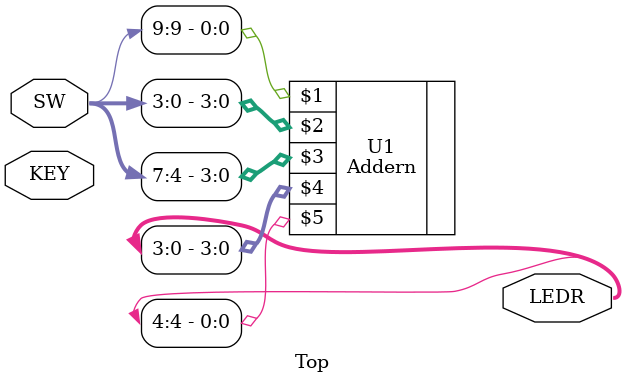
<source format=sv>

`default_nettype none

module Top (KEY, SW, LEDR);
    input  logic [ 3: 0] KEY;        // DE-series pushbuttons
    input  logic [ 9: 0] SW;         // DE-series switches
    output logic [ 9: 0] LEDR;       // DE-series LEDs

    Addern U1 (SW[9], SW[3:0], SW[7:4], LEDR[3:0], LEDR[4]);

endmodule


</source>
